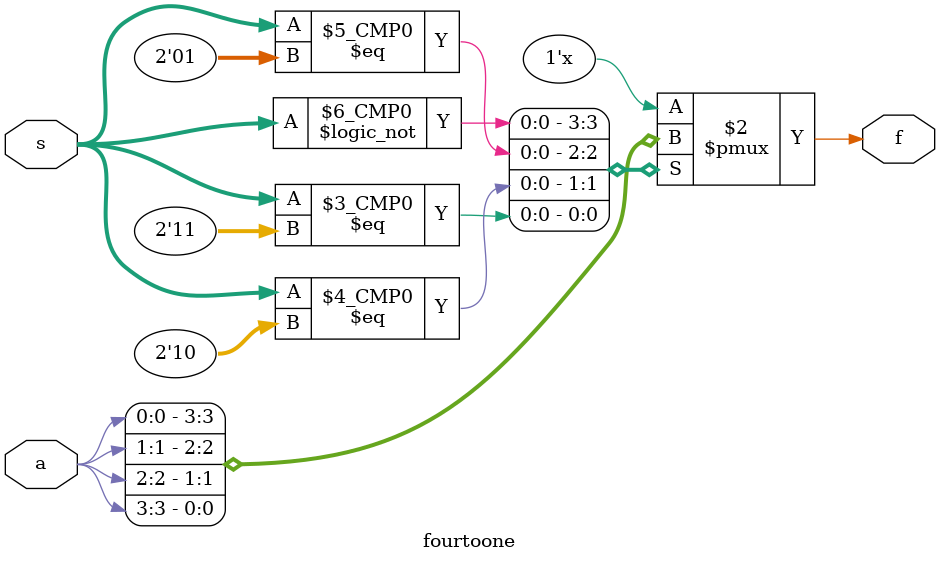
<source format=v>
module main(b,g);
	input [3:0] b;
	output [3:0] g;
	wire h;
	assign h = b[1]^b[0];
	fourtoone stage0({1'b1,1'b1,1'b0,1'b0},b[3:2],g[3]);
	fourtoone stage1({1'b0,1'b1,1'b1,1'b0},b[3:2],g[2]);
	fourtoone stage2({~b[1],b[1],~b[1],b[1]},b[3:2],g[1]);
	fourtoone stage3({h,h,h,h},b[3:2],g[0]);
endmodule

module fourtoone(a,s,f);
	input [3:0]a;
	input [1:0] s;
	output f;
	reg f;
	always@(s,a)
	begin
		case(s)
			0: f =a[0];
			1: f =a[1];
			2: f =a[2];
			3: f =a[3];
		endcase
	end
endmodule

</source>
